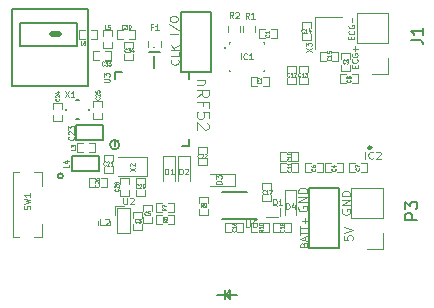
<source format=gto>
G04 #@! TF.GenerationSoftware,KiCad,Pcbnew,(5.0.0)*
G04 #@! TF.CreationDate,2019-07-19T00:06:37-04:00*
G04 #@! TF.ProjectId,lp_ecg,6C705F6563672E6B696361645F706362,rev?*
G04 #@! TF.SameCoordinates,Original*
G04 #@! TF.FileFunction,Legend,Top*
G04 #@! TF.FilePolarity,Positive*
%FSLAX46Y46*%
G04 Gerber Fmt 4.6, Leading zero omitted, Abs format (unit mm)*
G04 Created by KiCad (PCBNEW (5.0.0)) date 07/19/19 00:06:37*
%MOMM*%
%LPD*%
G01*
G04 APERTURE LIST*
%ADD10C,0.100000*%
%ADD11C,0.070000*%
%ADD12C,0.200000*%
%ADD13C,0.150000*%
%ADD14C,0.125000*%
%ADD15C,0.500000*%
%ADD16C,0.120000*%
%ADD17C,0.071120*%
%ADD18C,0.152400*%
%ADD19C,0.127000*%
%ADD20C,0.254000*%
%ADD21C,0.090000*%
%ADD22C,0.114300*%
%ADD23C,0.092000*%
%ADD24C,0.095000*%
%ADD25C,0.080000*%
G04 APERTURE END LIST*
D10*
X294664285Y-128091666D02*
X294664285Y-127925000D01*
X294926190Y-127853571D02*
X294926190Y-128091666D01*
X294426190Y-128091666D01*
X294426190Y-127853571D01*
X294878571Y-127353571D02*
X294902380Y-127377380D01*
X294926190Y-127448809D01*
X294926190Y-127496428D01*
X294902380Y-127567857D01*
X294854761Y-127615476D01*
X294807142Y-127639285D01*
X294711904Y-127663095D01*
X294640476Y-127663095D01*
X294545238Y-127639285D01*
X294497619Y-127615476D01*
X294450000Y-127567857D01*
X294426190Y-127496428D01*
X294426190Y-127448809D01*
X294450000Y-127377380D01*
X294473809Y-127353571D01*
X294450000Y-126877380D02*
X294426190Y-126925000D01*
X294426190Y-126996428D01*
X294450000Y-127067857D01*
X294497619Y-127115476D01*
X294545238Y-127139285D01*
X294640476Y-127163095D01*
X294711904Y-127163095D01*
X294807142Y-127139285D01*
X294854761Y-127115476D01*
X294902380Y-127067857D01*
X294926190Y-126996428D01*
X294926190Y-126948809D01*
X294902380Y-126877380D01*
X294878571Y-126853571D01*
X294711904Y-126853571D01*
X294711904Y-126948809D01*
X294735714Y-126639285D02*
X294735714Y-126258333D01*
X294939285Y-130516666D02*
X294939285Y-130350000D01*
X295201190Y-130278571D02*
X295201190Y-130516666D01*
X294701190Y-130516666D01*
X294701190Y-130278571D01*
X295153571Y-129778571D02*
X295177380Y-129802380D01*
X295201190Y-129873809D01*
X295201190Y-129921428D01*
X295177380Y-129992857D01*
X295129761Y-130040476D01*
X295082142Y-130064285D01*
X294986904Y-130088095D01*
X294915476Y-130088095D01*
X294820238Y-130064285D01*
X294772619Y-130040476D01*
X294725000Y-129992857D01*
X294701190Y-129921428D01*
X294701190Y-129873809D01*
X294725000Y-129802380D01*
X294748809Y-129778571D01*
X294725000Y-129302380D02*
X294701190Y-129350000D01*
X294701190Y-129421428D01*
X294725000Y-129492857D01*
X294772619Y-129540476D01*
X294820238Y-129564285D01*
X294915476Y-129588095D01*
X294986904Y-129588095D01*
X295082142Y-129564285D01*
X295129761Y-129540476D01*
X295177380Y-129492857D01*
X295201190Y-129421428D01*
X295201190Y-129373809D01*
X295177380Y-129302380D01*
X295153571Y-129278571D01*
X294986904Y-129278571D01*
X294986904Y-129373809D01*
X295010714Y-129064285D02*
X295010714Y-128683333D01*
X295201190Y-128873809D02*
X294820238Y-128873809D01*
X293875000Y-142491428D02*
X293839285Y-142562857D01*
X293839285Y-142670000D01*
X293875000Y-142777142D01*
X293946428Y-142848571D01*
X294017857Y-142884285D01*
X294160714Y-142920000D01*
X294267857Y-142920000D01*
X294410714Y-142884285D01*
X294482142Y-142848571D01*
X294553571Y-142777142D01*
X294589285Y-142670000D01*
X294589285Y-142598571D01*
X294553571Y-142491428D01*
X294517857Y-142455714D01*
X294267857Y-142455714D01*
X294267857Y-142598571D01*
X294589285Y-142134285D02*
X293839285Y-142134285D01*
X294589285Y-141705714D01*
X293839285Y-141705714D01*
X294589285Y-141348571D02*
X293839285Y-141348571D01*
X293839285Y-141170000D01*
X293875000Y-141062857D01*
X293946428Y-140991428D01*
X294017857Y-140955714D01*
X294160714Y-140920000D01*
X294267857Y-140920000D01*
X294410714Y-140955714D01*
X294482142Y-140991428D01*
X294553571Y-141062857D01*
X294589285Y-141170000D01*
X294589285Y-141348571D01*
D11*
X290637142Y-145482857D02*
X290665714Y-145397142D01*
X290694285Y-145368571D01*
X290751428Y-145340000D01*
X290837142Y-145340000D01*
X290894285Y-145368571D01*
X290922857Y-145397142D01*
X290951428Y-145454285D01*
X290951428Y-145682857D01*
X290351428Y-145682857D01*
X290351428Y-145482857D01*
X290380000Y-145425714D01*
X290408571Y-145397142D01*
X290465714Y-145368571D01*
X290522857Y-145368571D01*
X290580000Y-145397142D01*
X290608571Y-145425714D01*
X290637142Y-145482857D01*
X290637142Y-145682857D01*
X290780000Y-145111428D02*
X290780000Y-144825714D01*
X290951428Y-145168571D02*
X290351428Y-144968571D01*
X290951428Y-144768571D01*
X290351428Y-144654285D02*
X290351428Y-144311428D01*
X290951428Y-144482857D02*
X290351428Y-144482857D01*
X290351428Y-144197142D02*
X290351428Y-143854285D01*
X290951428Y-144025714D02*
X290351428Y-144025714D01*
X290722857Y-143654285D02*
X290722857Y-143197142D01*
X290951428Y-143425714D02*
X290494285Y-143425714D01*
D10*
X294029285Y-144712857D02*
X294029285Y-145070000D01*
X294386428Y-145105714D01*
X294350714Y-145070000D01*
X294315000Y-144998571D01*
X294315000Y-144820000D01*
X294350714Y-144748571D01*
X294386428Y-144712857D01*
X294457857Y-144677142D01*
X294636428Y-144677142D01*
X294707857Y-144712857D01*
X294743571Y-144748571D01*
X294779285Y-144820000D01*
X294779285Y-144998571D01*
X294743571Y-145070000D01*
X294707857Y-145105714D01*
X294029285Y-144462857D02*
X294779285Y-144212857D01*
X294029285Y-143962857D01*
X290205000Y-142221428D02*
X290169285Y-142292857D01*
X290169285Y-142400000D01*
X290205000Y-142507142D01*
X290276428Y-142578571D01*
X290347857Y-142614285D01*
X290490714Y-142650000D01*
X290597857Y-142650000D01*
X290740714Y-142614285D01*
X290812142Y-142578571D01*
X290883571Y-142507142D01*
X290919285Y-142400000D01*
X290919285Y-142328571D01*
X290883571Y-142221428D01*
X290847857Y-142185714D01*
X290597857Y-142185714D01*
X290597857Y-142328571D01*
X290919285Y-141864285D02*
X290169285Y-141864285D01*
X290919285Y-141435714D01*
X290169285Y-141435714D01*
X290919285Y-141078571D02*
X290169285Y-141078571D01*
X290169285Y-140900000D01*
X290205000Y-140792857D01*
X290276428Y-140721428D01*
X290347857Y-140685714D01*
X290490714Y-140650000D01*
X290597857Y-140650000D01*
X290740714Y-140685714D01*
X290812142Y-140721428D01*
X290883571Y-140792857D01*
X290919285Y-140900000D01*
X290919285Y-141078571D01*
D12*
X277550000Y-129140000D02*
X278460000Y-129140000D01*
X277980000Y-128770000D02*
X277980000Y-128700000D01*
X278000000Y-130530000D02*
X278000000Y-129530000D01*
D10*
X279976666Y-127633333D02*
X279276666Y-127633333D01*
X279243333Y-126800000D02*
X280143333Y-127400000D01*
X279276666Y-126433333D02*
X279276666Y-126300000D01*
X279310000Y-126233333D01*
X279376666Y-126166666D01*
X279510000Y-126133333D01*
X279743333Y-126133333D01*
X279876666Y-126166666D01*
X279943333Y-126233333D01*
X279976666Y-126300000D01*
X279976666Y-126433333D01*
X279943333Y-126500000D01*
X279876666Y-126566666D01*
X279743333Y-126600000D01*
X279510000Y-126600000D01*
X279376666Y-126566666D01*
X279310000Y-126500000D01*
X279276666Y-126433333D01*
D12*
X265900000Y-132000000D02*
X265900000Y-125500000D01*
X272400000Y-132000000D02*
X265900000Y-132000000D01*
X272400000Y-125500000D02*
X272400000Y-132000000D01*
X265900000Y-125500000D02*
X272400000Y-125500000D01*
X284232500Y-149712500D02*
X284332500Y-149612500D01*
X284232500Y-149812500D02*
X284332500Y-149812500D01*
D13*
X285032500Y-149712500D02*
X283332500Y-149712500D01*
X283932500Y-150112500D02*
X283932500Y-149312500D01*
D12*
X284432500Y-149312500D02*
X284032500Y-149712500D01*
X284432500Y-150112500D02*
X284032500Y-149712500D01*
X284432500Y-149312500D02*
X284432500Y-150112500D01*
D14*
X282254285Y-131504761D02*
X281587619Y-131504761D01*
X282159047Y-131504761D02*
X282206666Y-131552380D01*
X282254285Y-131647619D01*
X282254285Y-131790476D01*
X282206666Y-131885714D01*
X282111428Y-131933333D01*
X281587619Y-131933333D01*
X281587619Y-132980952D02*
X282063809Y-132647619D01*
X281587619Y-132409523D02*
X282587619Y-132409523D01*
X282587619Y-132790476D01*
X282540000Y-132885714D01*
X282492380Y-132933333D01*
X282397142Y-132980952D01*
X282254285Y-132980952D01*
X282159047Y-132933333D01*
X282111428Y-132885714D01*
X282063809Y-132790476D01*
X282063809Y-132409523D01*
X282111428Y-133742857D02*
X282111428Y-133409523D01*
X281587619Y-133409523D02*
X282587619Y-133409523D01*
X282587619Y-133885714D01*
X282587619Y-134742857D02*
X282587619Y-134266666D01*
X282111428Y-134219047D01*
X282159047Y-134266666D01*
X282206666Y-134361904D01*
X282206666Y-134600000D01*
X282159047Y-134695238D01*
X282111428Y-134742857D01*
X282016190Y-134790476D01*
X281778095Y-134790476D01*
X281682857Y-134742857D01*
X281635238Y-134695238D01*
X281587619Y-134600000D01*
X281587619Y-134361904D01*
X281635238Y-134266666D01*
X281682857Y-134219047D01*
X282492380Y-135171428D02*
X282540000Y-135219047D01*
X282587619Y-135314285D01*
X282587619Y-135552380D01*
X282540000Y-135647619D01*
X282492380Y-135695238D01*
X282397142Y-135742857D01*
X282301904Y-135742857D01*
X282159047Y-135695238D01*
X281587619Y-135123809D01*
X281587619Y-135742857D01*
D12*
X270243607Y-139655000D02*
G75*
G03X270243607Y-139655000I-223607J0D01*
G01*
X275033113Y-137010000D02*
G75*
G03X275033113Y-137010000I-403113J0D01*
G01*
D10*
X280000000Y-129816666D02*
X280033333Y-129850000D01*
X280066666Y-129950000D01*
X280066666Y-130016666D01*
X280033333Y-130116666D01*
X279966666Y-130183333D01*
X279900000Y-130216666D01*
X279766666Y-130250000D01*
X279666666Y-130250000D01*
X279533333Y-130216666D01*
X279466666Y-130183333D01*
X279400000Y-130116666D01*
X279366666Y-130016666D01*
X279366666Y-129950000D01*
X279400000Y-129850000D01*
X279433333Y-129816666D01*
X280066666Y-129183333D02*
X280066666Y-129516666D01*
X279366666Y-129516666D01*
X280066666Y-128950000D02*
X279366666Y-128950000D01*
X280066666Y-128550000D02*
X279666666Y-128850000D01*
X279366666Y-128550000D02*
X279766666Y-128950000D01*
D15*
X269900000Y-127673000D02*
X269320000Y-127673000D01*
D16*
G04 #@! TO.C,J1*
X297780000Y-131030000D02*
X296450000Y-131030000D01*
X297780000Y-129700000D02*
X297780000Y-131030000D01*
X297780000Y-128430000D02*
X295120000Y-128430000D01*
X295120000Y-128430000D02*
X295120000Y-125830000D01*
X297780000Y-128430000D02*
X297780000Y-125830000D01*
X297780000Y-125830000D02*
X295120000Y-125830000D01*
D17*
G04 #@! TO.C,C15*
X292038000Y-129144000D02*
X292546000Y-129144000D01*
X292038000Y-129906000D02*
X292038000Y-129144000D01*
X292546000Y-129906000D02*
X292038000Y-129906000D01*
X293562000Y-129144000D02*
X293054000Y-129144000D01*
X293562000Y-129906000D02*
X293562000Y-129144000D01*
X293054000Y-129906000D02*
X293562000Y-129906000D01*
G04 #@! TO.C,C14*
X291256000Y-127120580D02*
X291256000Y-126612580D01*
X291256000Y-126612580D02*
X290494000Y-126612580D01*
X290494000Y-126612580D02*
X290494000Y-127120580D01*
X291256000Y-127628580D02*
X291256000Y-128136580D01*
X291256000Y-128136580D02*
X290494000Y-128136580D01*
X290494000Y-128136580D02*
X290494000Y-127628580D01*
G04 #@! TO.C,C13*
X290219000Y-131862420D02*
X290219000Y-131354420D01*
X290981000Y-131862420D02*
X290219000Y-131862420D01*
X290981000Y-131354420D02*
X290981000Y-131862420D01*
X290219000Y-130338420D02*
X290219000Y-130846420D01*
X290981000Y-130338420D02*
X290219000Y-130338420D01*
X290981000Y-130846420D02*
X290981000Y-130338420D01*
G04 #@! TO.C,C12*
X289194000Y-131353580D02*
X289194000Y-131861580D01*
X289194000Y-131861580D02*
X289956000Y-131861580D01*
X289956000Y-131861580D02*
X289956000Y-131353580D01*
X289194000Y-130845580D02*
X289194000Y-130337580D01*
X289194000Y-130337580D02*
X289956000Y-130337580D01*
X289956000Y-130337580D02*
X289956000Y-130845580D01*
G04 #@! TO.C,C11*
X288663000Y-138569000D02*
X289171000Y-138569000D01*
X288663000Y-139331000D02*
X288663000Y-138569000D01*
X289171000Y-139331000D02*
X288663000Y-139331000D01*
X290187000Y-138569000D02*
X289679000Y-138569000D01*
X290187000Y-139331000D02*
X290187000Y-138569000D01*
X289679000Y-139331000D02*
X290187000Y-139331000D01*
G04 #@! TO.C,C10*
X289171000Y-137593580D02*
X288663000Y-137593580D01*
X288663000Y-137593580D02*
X288663000Y-138355580D01*
X288663000Y-138355580D02*
X289171000Y-138355580D01*
X289679000Y-137593580D02*
X290187000Y-137593580D01*
X290187000Y-137593580D02*
X290187000Y-138355580D01*
X290187000Y-138355580D02*
X289679000Y-138355580D01*
G04 #@! TO.C,C9*
X294531000Y-129213420D02*
X294531000Y-129721420D01*
X293769000Y-129213420D02*
X294531000Y-129213420D01*
X293769000Y-129721420D02*
X293769000Y-129213420D01*
X294531000Y-130737420D02*
X294531000Y-130229420D01*
X293769000Y-130737420D02*
X294531000Y-130737420D01*
X293769000Y-130229420D02*
X293769000Y-130737420D01*
G04 #@! TO.C,C8*
X294195580Y-131044000D02*
X293687580Y-131044000D01*
X293687580Y-131044000D02*
X293687580Y-131806000D01*
X293687580Y-131806000D02*
X294195580Y-131806000D01*
X294703580Y-131044000D02*
X295211580Y-131044000D01*
X295211580Y-131044000D02*
X295211580Y-131806000D01*
X295211580Y-131806000D02*
X294703580Y-131806000D01*
G04 #@! TO.C,C7*
X295962000Y-139306000D02*
X295454000Y-139306000D01*
X295962000Y-138544000D02*
X295962000Y-139306000D01*
X295454000Y-138544000D02*
X295962000Y-138544000D01*
X294438000Y-139306000D02*
X294946000Y-139306000D01*
X294438000Y-138544000D02*
X294438000Y-139306000D01*
X294946000Y-138544000D02*
X294438000Y-138544000D01*
G04 #@! TO.C,C6*
X291221000Y-138569000D02*
X290713000Y-138569000D01*
X290713000Y-138569000D02*
X290713000Y-139331000D01*
X290713000Y-139331000D02*
X291221000Y-139331000D01*
X291729000Y-138569000D02*
X292237000Y-138569000D01*
X292237000Y-138569000D02*
X292237000Y-139331000D01*
X292237000Y-139331000D02*
X291729000Y-139331000D01*
G04 #@! TO.C,C4*
X293937000Y-139331000D02*
X293429000Y-139331000D01*
X293937000Y-138569000D02*
X293937000Y-139331000D01*
X293429000Y-138569000D02*
X293937000Y-138569000D01*
X292413000Y-139331000D02*
X292921000Y-139331000D01*
X292413000Y-138569000D02*
X292413000Y-139331000D01*
X292921000Y-138569000D02*
X292413000Y-138569000D01*
D10*
G04 #@! TO.C,IC1*
X284000000Y-128800000D02*
X284000000Y-128800000D01*
X283900000Y-128800000D02*
X283900000Y-128800000D01*
X284300000Y-130650000D02*
X284300000Y-130800000D01*
X284300000Y-130800000D02*
X284400000Y-130800000D01*
X287300000Y-130650000D02*
X287300000Y-130800000D01*
X287300000Y-130800000D02*
X287200000Y-130800000D01*
X284300000Y-128450000D02*
X284300000Y-128300000D01*
X284300000Y-128300000D02*
X284400000Y-128300000D01*
X287300000Y-128450000D02*
X287300000Y-128300000D01*
X287300000Y-128300000D02*
X287200000Y-128300000D01*
X283900000Y-128800000D02*
G75*
G02X284000000Y-128800000I50000J0D01*
G01*
X284000000Y-128800000D02*
G75*
G02X283900000Y-128800000I-50000J0D01*
G01*
D17*
G04 #@! TO.C,C1*
X287321000Y-127219000D02*
X286813000Y-127219000D01*
X286813000Y-127219000D02*
X286813000Y-127981000D01*
X286813000Y-127981000D02*
X287321000Y-127981000D01*
X287829000Y-127219000D02*
X288337000Y-127219000D01*
X288337000Y-127219000D02*
X288337000Y-127981000D01*
X288337000Y-127981000D02*
X287829000Y-127981000D01*
G04 #@! TO.C,C2*
X286138000Y-131244000D02*
X286646000Y-131244000D01*
X286138000Y-132006000D02*
X286138000Y-131244000D01*
X286646000Y-132006000D02*
X286138000Y-132006000D01*
X287662000Y-131244000D02*
X287154000Y-131244000D01*
X287662000Y-132006000D02*
X287662000Y-131244000D01*
X287154000Y-132006000D02*
X287662000Y-132006000D01*
D16*
G04 #@! TO.C,U2*
X274670000Y-142190000D02*
X274670000Y-142940000D01*
X274670000Y-142190000D02*
X274670000Y-142190000D01*
X275420000Y-142190000D02*
X274670000Y-142190000D01*
X274870000Y-144490000D02*
X275970000Y-144490000D01*
X275970000Y-142390000D02*
X275970000Y-144490000D01*
X275970000Y-142390000D02*
X274870000Y-142390000D01*
X274870000Y-142390000D02*
X274870000Y-144490000D01*
D17*
G04 #@! TO.C,C5*
X277811000Y-142585580D02*
X277811000Y-142077580D01*
X277811000Y-142077580D02*
X277049000Y-142077580D01*
X277049000Y-142077580D02*
X277049000Y-142585580D01*
X277811000Y-143093580D02*
X277811000Y-143601580D01*
X277811000Y-143601580D02*
X277049000Y-143601580D01*
X277049000Y-143601580D02*
X277049000Y-143093580D01*
G04 #@! TO.C,C3*
X276931000Y-142688420D02*
X276931000Y-143196420D01*
X276169000Y-142688420D02*
X276931000Y-142688420D01*
X276169000Y-143196420D02*
X276169000Y-142688420D01*
X276931000Y-144212420D02*
X276931000Y-143704420D01*
X276169000Y-144212420D02*
X276931000Y-144212420D01*
X276169000Y-143704420D02*
X276169000Y-144212420D01*
D16*
G04 #@! TO.C,P3*
X297320000Y-140640000D02*
X294660000Y-140640000D01*
X297320000Y-143240000D02*
X297320000Y-140640000D01*
X294660000Y-143240000D02*
X294660000Y-140640000D01*
X297320000Y-143240000D02*
X294660000Y-143240000D01*
X297320000Y-144510000D02*
X297320000Y-145840000D01*
X297320000Y-145840000D02*
X295990000Y-145840000D01*
D17*
G04 #@! TO.C,R5*
X278616000Y-142939000D02*
X278108000Y-142939000D01*
X278108000Y-142939000D02*
X278108000Y-143701000D01*
X278108000Y-143701000D02*
X278616000Y-143701000D01*
X279124000Y-142939000D02*
X279632000Y-142939000D01*
X279632000Y-142939000D02*
X279632000Y-143701000D01*
X279632000Y-143701000D02*
X279124000Y-143701000D01*
D16*
G04 #@! TO.C,D4*
X290020000Y-140880000D02*
X289020000Y-140880000D01*
X289020000Y-140880000D02*
X289020000Y-142980000D01*
X290020000Y-140880000D02*
X290020000Y-142980000D01*
D17*
G04 #@! TO.C,C18*
X288506000Y-143629000D02*
X287998000Y-143629000D01*
X287998000Y-143629000D02*
X287998000Y-144391000D01*
X287998000Y-144391000D02*
X288506000Y-144391000D01*
X289014000Y-143629000D02*
X289522000Y-143629000D01*
X289522000Y-143629000D02*
X289522000Y-144391000D01*
X289522000Y-144391000D02*
X289014000Y-144391000D01*
G04 #@! TO.C,R10*
X286726000Y-143629000D02*
X286218000Y-143629000D01*
X286218000Y-143629000D02*
X286218000Y-144391000D01*
X286218000Y-144391000D02*
X286726000Y-144391000D01*
X287234000Y-143629000D02*
X287742000Y-143629000D01*
X287742000Y-143629000D02*
X287742000Y-144391000D01*
X287742000Y-144391000D02*
X287234000Y-144391000D01*
G04 #@! TO.C,C16*
X285004000Y-144401000D02*
X285512000Y-144401000D01*
X285512000Y-144401000D02*
X285512000Y-143639000D01*
X285512000Y-143639000D02*
X285004000Y-143639000D01*
X284496000Y-144401000D02*
X283988000Y-144401000D01*
X283988000Y-144401000D02*
X283988000Y-143639000D01*
X283988000Y-143639000D02*
X284496000Y-143639000D01*
G04 #@! TO.C,R9*
X281759000Y-142444000D02*
X281759000Y-142952000D01*
X281759000Y-142952000D02*
X282521000Y-142952000D01*
X282521000Y-142952000D02*
X282521000Y-142444000D01*
X281759000Y-141936000D02*
X281759000Y-141428000D01*
X281759000Y-141428000D02*
X282521000Y-141428000D01*
X282521000Y-141428000D02*
X282521000Y-141936000D01*
G04 #@! TO.C,C17*
X287109000Y-141274000D02*
X287109000Y-141782000D01*
X287109000Y-141782000D02*
X287871000Y-141782000D01*
X287871000Y-141782000D02*
X287871000Y-141274000D01*
X287109000Y-140766000D02*
X287109000Y-140258000D01*
X287109000Y-140258000D02*
X287871000Y-140258000D01*
X287871000Y-140258000D02*
X287871000Y-140766000D01*
D16*
G04 #@! TO.C,D3*
X284825000Y-140475000D02*
X284825000Y-139475000D01*
X284825000Y-139475000D02*
X282725000Y-139475000D01*
X284825000Y-140475000D02*
X282725000Y-140475000D01*
D17*
G04 #@! TO.C,C22*
X282431000Y-137721000D02*
X282431000Y-137213000D01*
X282431000Y-137213000D02*
X281669000Y-137213000D01*
X281669000Y-137213000D02*
X281669000Y-137721000D01*
X282431000Y-138229000D02*
X282431000Y-138737000D01*
X282431000Y-138737000D02*
X281669000Y-138737000D01*
X281669000Y-138737000D02*
X281669000Y-138229000D01*
G04 #@! TO.C,R7*
X278616420Y-141979000D02*
X278108420Y-141979000D01*
X278108420Y-141979000D02*
X278108420Y-142741000D01*
X278108420Y-142741000D02*
X278616420Y-142741000D01*
X279124420Y-141979000D02*
X279632420Y-141979000D01*
X279632420Y-141979000D02*
X279632420Y-142741000D01*
X279632420Y-142741000D02*
X279124420Y-142741000D01*
G04 #@! TO.C,C21*
X273689000Y-138854000D02*
X273689000Y-139362000D01*
X273689000Y-139362000D02*
X274451000Y-139362000D01*
X274451000Y-139362000D02*
X274451000Y-138854000D01*
X273689000Y-138346000D02*
X273689000Y-137838000D01*
X273689000Y-137838000D02*
X274451000Y-137838000D01*
X274451000Y-137838000D02*
X274451000Y-138346000D01*
D16*
G04 #@! TO.C,F1*
X277470000Y-128250000D02*
X277470000Y-128750000D01*
X278530000Y-128750000D02*
X278530000Y-128250000D01*
D17*
G04 #@! TO.C,C34*
X275459000Y-129294000D02*
X275459000Y-129802000D01*
X275459000Y-129802000D02*
X276221000Y-129802000D01*
X276221000Y-129802000D02*
X276221000Y-129294000D01*
X275459000Y-128786000D02*
X275459000Y-128278000D01*
X275459000Y-128278000D02*
X276221000Y-128278000D01*
X276221000Y-128278000D02*
X276221000Y-128786000D01*
G04 #@! TO.C,C33*
X273346000Y-129069000D02*
X272838000Y-129069000D01*
X272838000Y-129069000D02*
X272838000Y-129831000D01*
X272838000Y-129831000D02*
X273346000Y-129831000D01*
X273854000Y-129069000D02*
X274362000Y-129069000D01*
X274362000Y-129069000D02*
X274362000Y-129831000D01*
X274362000Y-129831000D02*
X273854000Y-129831000D01*
D18*
G04 #@! TO.C,P2*
X282770000Y-130830000D02*
X280230000Y-130830000D01*
X280230000Y-130830000D02*
X280230000Y-125750000D01*
X280230000Y-125750000D02*
X282770000Y-125750000D01*
X282770000Y-125750000D02*
X282770000Y-130830000D01*
D16*
G04 #@! TO.C,D2*
X280990000Y-137950000D02*
X279990000Y-137950000D01*
X279990000Y-137950000D02*
X279990000Y-140050000D01*
X280990000Y-137950000D02*
X280990000Y-140050000D01*
G04 #@! TO.C,D1*
X279740000Y-137950000D02*
X278740000Y-137950000D01*
X278740000Y-137950000D02*
X278740000Y-140050000D01*
X279740000Y-137950000D02*
X279740000Y-140050000D01*
D18*
G04 #@! TO.C,P1*
X293650000Y-145720000D02*
X291110000Y-145720000D01*
X291110000Y-145720000D02*
X291110000Y-140640000D01*
X291110000Y-140640000D02*
X293650000Y-140640000D01*
X293650000Y-140640000D02*
X293650000Y-145720000D01*
D19*
G04 #@! TO.C,L4*
X273313000Y-139255000D02*
X271027000Y-139255000D01*
X271027000Y-139255000D02*
X271027000Y-137985000D01*
X271027000Y-137985000D02*
X273313000Y-137985000D01*
X273313000Y-137985000D02*
X273313000Y-139255000D01*
D13*
G04 #@! TO.C,X1*
X272500000Y-134050000D02*
X272500000Y-134100000D01*
X272500000Y-134050000D02*
X272500000Y-134000000D01*
X270500000Y-134050000D02*
X270500000Y-134100000D01*
X270500000Y-134050000D02*
X270500000Y-134000000D01*
X271500000Y-134850000D02*
X271650000Y-134850000D01*
X271500000Y-134850000D02*
X271350000Y-134850000D01*
X271500000Y-133250000D02*
X271650000Y-133250000D01*
X271500000Y-133250000D02*
X271350000Y-133250000D01*
D17*
G04 #@! TO.C,C28*
X275831000Y-140296000D02*
X275831000Y-139788000D01*
X275831000Y-139788000D02*
X275069000Y-139788000D01*
X275069000Y-139788000D02*
X275069000Y-140296000D01*
X275831000Y-140804000D02*
X275831000Y-141312000D01*
X275831000Y-141312000D02*
X275069000Y-141312000D01*
X275069000Y-141312000D02*
X275069000Y-140804000D01*
G04 #@! TO.C,C26*
X273454000Y-140581000D02*
X273962000Y-140581000D01*
X273962000Y-140581000D02*
X273962000Y-139819000D01*
X273962000Y-139819000D02*
X273454000Y-139819000D01*
X272946000Y-140581000D02*
X272438000Y-140581000D01*
X272438000Y-140581000D02*
X272438000Y-139819000D01*
X272438000Y-139819000D02*
X272946000Y-139819000D01*
G04 #@! TO.C,C24*
X270181000Y-133946000D02*
X270181000Y-133438000D01*
X270181000Y-133438000D02*
X269419000Y-133438000D01*
X269419000Y-133438000D02*
X269419000Y-133946000D01*
X270181000Y-134454000D02*
X270181000Y-134962000D01*
X270181000Y-134962000D02*
X269419000Y-134962000D01*
X269419000Y-134962000D02*
X269419000Y-134454000D01*
G04 #@! TO.C,C25*
X272819000Y-134354000D02*
X272819000Y-134862000D01*
X272819000Y-134862000D02*
X273581000Y-134862000D01*
X273581000Y-134862000D02*
X273581000Y-134354000D01*
X272819000Y-133846000D02*
X272819000Y-133338000D01*
X272819000Y-133338000D02*
X273581000Y-133338000D01*
X273581000Y-133338000D02*
X273581000Y-133846000D01*
G04 #@! TO.C,C29*
X277231000Y-140296000D02*
X277231000Y-139788000D01*
X277231000Y-139788000D02*
X276469000Y-139788000D01*
X276469000Y-139788000D02*
X276469000Y-140296000D01*
X277231000Y-140804000D02*
X277231000Y-141312000D01*
X277231000Y-141312000D02*
X276469000Y-141312000D01*
X276469000Y-141312000D02*
X276469000Y-140804000D01*
D13*
G04 #@! TO.C,A1*
X266645000Y-126673000D02*
X271445000Y-126673000D01*
X271445000Y-126673000D02*
X271445000Y-128673000D01*
X271345000Y-128673000D02*
X266645000Y-128673000D01*
X266645000Y-128673000D02*
X266645000Y-126673000D01*
X271445000Y-128673000D02*
X271345000Y-128673000D01*
D17*
G04 #@! TO.C,L6*
X272654000Y-128081000D02*
X273162000Y-128081000D01*
X273162000Y-128081000D02*
X273162000Y-127319000D01*
X273162000Y-127319000D02*
X272654000Y-127319000D01*
X272146000Y-128081000D02*
X271638000Y-128081000D01*
X271638000Y-128081000D02*
X271638000Y-127319000D01*
X271638000Y-127319000D02*
X272146000Y-127319000D01*
G04 #@! TO.C,L5*
X274381000Y-127846000D02*
X274381000Y-127338000D01*
X274381000Y-127338000D02*
X273619000Y-127338000D01*
X273619000Y-127338000D02*
X273619000Y-127846000D01*
X274381000Y-128354000D02*
X274381000Y-128862000D01*
X274381000Y-128862000D02*
X273619000Y-128862000D01*
X273619000Y-128862000D02*
X273619000Y-128354000D01*
G04 #@! TO.C,C30*
X275854000Y-128081000D02*
X276362000Y-128081000D01*
X276362000Y-128081000D02*
X276362000Y-127319000D01*
X276362000Y-127319000D02*
X275854000Y-127319000D01*
X275346000Y-128081000D02*
X274838000Y-128081000D01*
X274838000Y-128081000D02*
X274838000Y-127319000D01*
X274838000Y-127319000D02*
X275346000Y-127319000D01*
G04 #@! TO.C,L3*
X271926000Y-136889000D02*
X271418000Y-136889000D01*
X271418000Y-136889000D02*
X271418000Y-137651000D01*
X271418000Y-137651000D02*
X271926000Y-137651000D01*
X272434000Y-136889000D02*
X272942000Y-136889000D01*
X272942000Y-136889000D02*
X272942000Y-137651000D01*
X272942000Y-137651000D02*
X272434000Y-137651000D01*
D19*
G04 #@! TO.C,C23*
X273643000Y-136635000D02*
X271357000Y-136635000D01*
X271357000Y-136635000D02*
X271357000Y-135365000D01*
X271357000Y-135365000D02*
X273643000Y-135365000D01*
X273643000Y-135365000D02*
X273643000Y-136635000D01*
D13*
G04 #@! TO.C,U3*
X274675000Y-130875000D02*
X275275000Y-130875000D01*
X280925000Y-137125000D02*
X280325000Y-137125000D01*
X280925000Y-130875000D02*
X280325000Y-130875000D01*
X274675000Y-137125000D02*
X274675000Y-136525000D01*
X280925000Y-137125000D02*
X280925000Y-136525000D01*
X280925000Y-130875000D02*
X280925000Y-131475000D01*
X274675000Y-130875000D02*
X274675000Y-131475000D01*
D16*
G04 #@! TO.C,X2*
X274950000Y-139650000D02*
X277350000Y-139650000D01*
X277350000Y-139650000D02*
X277350000Y-138050000D01*
X277350000Y-138050000D02*
X274950000Y-138050000D01*
D13*
G04 #@! TO.C,U6*
X285835000Y-141015000D02*
X283685000Y-141015000D01*
X286660000Y-143265000D02*
X283685000Y-143265000D01*
D10*
G04 #@! TO.C,Q1*
X288590000Y-143080000D02*
X288590000Y-142380000D01*
X288460000Y-143155000D02*
X287460000Y-143155000D01*
D16*
G04 #@! TO.C,L2*
X273240000Y-143447221D02*
X273240000Y-143772779D01*
X274260000Y-143447221D02*
X274260000Y-143772779D01*
G04 #@! TO.C,R1*
X286555000Y-127450000D02*
X286555000Y-126950000D01*
X285495000Y-126950000D02*
X285495000Y-127450000D01*
G04 #@! TO.C,R2*
X284220000Y-126950000D02*
X284220000Y-127450000D01*
X285280000Y-127450000D02*
X285280000Y-126950000D01*
D20*
G04 #@! TO.C,IC2*
X296350000Y-137250000D02*
G75*
G03X296350000Y-137250000I-125000J0D01*
G01*
D16*
G04 #@! TO.C,X3*
X291600000Y-126175000D02*
X291600000Y-128875000D01*
X293900000Y-126175000D02*
X291600000Y-126175000D01*
D10*
G04 #@! TO.C,SW1*
X268495000Y-139350000D02*
X267775000Y-139350000D01*
X265995000Y-139350000D02*
X266575000Y-139350000D01*
X265995000Y-144850000D02*
X265995000Y-139350000D01*
X265995000Y-144850000D02*
X266575000Y-144850000D01*
X268495000Y-144850000D02*
X267775000Y-144850000D01*
X268495000Y-144850000D02*
X268495000Y-143700000D01*
X268495000Y-139350000D02*
X268495000Y-140500000D01*
G04 #@! TO.C,J1*
D13*
X299712380Y-128133333D02*
X300426666Y-128133333D01*
X300569523Y-128180952D01*
X300664761Y-128276190D01*
X300712380Y-128419047D01*
X300712380Y-128514285D01*
X300712380Y-127133333D02*
X300712380Y-127704761D01*
X300712380Y-127419047D02*
X299712380Y-127419047D01*
X299855238Y-127514285D01*
X299950476Y-127609523D01*
X299998095Y-127704761D01*
G04 #@! TO.C,C15*
D17*
X292925185Y-129680942D02*
X292941877Y-129695457D01*
X292958568Y-129739000D01*
X292958568Y-129768028D01*
X292941877Y-129811571D01*
X292908494Y-129840600D01*
X292875111Y-129855114D01*
X292808345Y-129869628D01*
X292758271Y-129869628D01*
X292691505Y-129855114D01*
X292658122Y-129840600D01*
X292624740Y-129811571D01*
X292608048Y-129768028D01*
X292608048Y-129739000D01*
X292624740Y-129695457D01*
X292641431Y-129680942D01*
X292958568Y-129390657D02*
X292958568Y-129564828D01*
X292958568Y-129477742D02*
X292608048Y-129477742D01*
X292658122Y-129506771D01*
X292691505Y-129535800D01*
X292708197Y-129564828D01*
X292608048Y-129114885D02*
X292608048Y-129260028D01*
X292774962Y-129274542D01*
X292758271Y-129260028D01*
X292741580Y-129231000D01*
X292741580Y-129158428D01*
X292758271Y-129129400D01*
X292774962Y-129114885D01*
X292808345Y-129100371D01*
X292891802Y-129100371D01*
X292925185Y-129114885D01*
X292941877Y-129129400D01*
X292958568Y-129158428D01*
X292958568Y-129231000D01*
X292941877Y-129260028D01*
X292925185Y-129274542D01*
G04 #@! TO.C,C14*
X290639057Y-127499765D02*
X290624542Y-127516457D01*
X290581000Y-127533148D01*
X290551971Y-127533148D01*
X290508428Y-127516457D01*
X290479400Y-127483074D01*
X290464885Y-127449691D01*
X290450371Y-127382925D01*
X290450371Y-127332851D01*
X290464885Y-127266085D01*
X290479400Y-127232702D01*
X290508428Y-127199320D01*
X290551971Y-127182628D01*
X290581000Y-127182628D01*
X290624542Y-127199320D01*
X290639057Y-127216011D01*
X290929342Y-127533148D02*
X290755171Y-127533148D01*
X290842257Y-127533148D02*
X290842257Y-127182628D01*
X290813228Y-127232702D01*
X290784200Y-127266085D01*
X290755171Y-127282777D01*
X291190600Y-127299468D02*
X291190600Y-127533148D01*
X291118028Y-127165937D02*
X291045457Y-127416308D01*
X291234142Y-127416308D01*
G04 #@! TO.C,C13*
X290364057Y-131225605D02*
X290349542Y-131242297D01*
X290306000Y-131258988D01*
X290276971Y-131258988D01*
X290233428Y-131242297D01*
X290204400Y-131208914D01*
X290189885Y-131175531D01*
X290175371Y-131108765D01*
X290175371Y-131058691D01*
X290189885Y-130991925D01*
X290204400Y-130958542D01*
X290233428Y-130925160D01*
X290276971Y-130908468D01*
X290306000Y-130908468D01*
X290349542Y-130925160D01*
X290364057Y-130941851D01*
X290654342Y-131258988D02*
X290480171Y-131258988D01*
X290567257Y-131258988D02*
X290567257Y-130908468D01*
X290538228Y-130958542D01*
X290509200Y-130991925D01*
X290480171Y-131008617D01*
X290755942Y-130908468D02*
X290944628Y-130908468D01*
X290843028Y-131042000D01*
X290886571Y-131042000D01*
X290915600Y-131058691D01*
X290930114Y-131075382D01*
X290944628Y-131108765D01*
X290944628Y-131192222D01*
X290930114Y-131225605D01*
X290915600Y-131242297D01*
X290886571Y-131258988D01*
X290799485Y-131258988D01*
X290770457Y-131242297D01*
X290755942Y-131225605D01*
G04 #@! TO.C,C12*
X289419057Y-131224765D02*
X289404542Y-131241457D01*
X289361000Y-131258148D01*
X289331971Y-131258148D01*
X289288428Y-131241457D01*
X289259400Y-131208074D01*
X289244885Y-131174691D01*
X289230371Y-131107925D01*
X289230371Y-131057851D01*
X289244885Y-130991085D01*
X289259400Y-130957702D01*
X289288428Y-130924320D01*
X289331971Y-130907628D01*
X289361000Y-130907628D01*
X289404542Y-130924320D01*
X289419057Y-130941011D01*
X289709342Y-131258148D02*
X289535171Y-131258148D01*
X289622257Y-131258148D02*
X289622257Y-130907628D01*
X289593228Y-130957702D01*
X289564200Y-130991085D01*
X289535171Y-131007777D01*
X289825457Y-130941011D02*
X289839971Y-130924320D01*
X289869000Y-130907628D01*
X289941571Y-130907628D01*
X289970600Y-130924320D01*
X289985114Y-130941011D01*
X289999628Y-130974394D01*
X289999628Y-131007777D01*
X289985114Y-131057851D01*
X289810942Y-131258148D01*
X289999628Y-131258148D01*
G04 #@! TO.C,C11*
X289550185Y-139105942D02*
X289566877Y-139120457D01*
X289583568Y-139164000D01*
X289583568Y-139193028D01*
X289566877Y-139236571D01*
X289533494Y-139265600D01*
X289500111Y-139280114D01*
X289433345Y-139294628D01*
X289383271Y-139294628D01*
X289316505Y-139280114D01*
X289283122Y-139265600D01*
X289249740Y-139236571D01*
X289233048Y-139193028D01*
X289233048Y-139164000D01*
X289249740Y-139120457D01*
X289266431Y-139105942D01*
X289583568Y-138815657D02*
X289583568Y-138989828D01*
X289583568Y-138902742D02*
X289233048Y-138902742D01*
X289283122Y-138931771D01*
X289316505Y-138960800D01*
X289333197Y-138989828D01*
X289583568Y-138525371D02*
X289583568Y-138699542D01*
X289583568Y-138612457D02*
X289233048Y-138612457D01*
X289283122Y-138641485D01*
X289316505Y-138670514D01*
X289333197Y-138699542D01*
G04 #@! TO.C,C10*
X289550185Y-138210522D02*
X289566877Y-138225037D01*
X289583568Y-138268580D01*
X289583568Y-138297608D01*
X289566877Y-138341151D01*
X289533494Y-138370180D01*
X289500111Y-138384694D01*
X289433345Y-138399208D01*
X289383271Y-138399208D01*
X289316505Y-138384694D01*
X289283122Y-138370180D01*
X289249740Y-138341151D01*
X289233048Y-138297608D01*
X289233048Y-138268580D01*
X289249740Y-138225037D01*
X289266431Y-138210522D01*
X289583568Y-137920237D02*
X289583568Y-138094408D01*
X289583568Y-138007322D02*
X289233048Y-138007322D01*
X289283122Y-138036351D01*
X289316505Y-138065380D01*
X289333197Y-138094408D01*
X289233048Y-137731551D02*
X289233048Y-137702522D01*
X289249740Y-137673494D01*
X289266431Y-137658980D01*
X289299814Y-137644465D01*
X289366580Y-137629951D01*
X289450037Y-137629951D01*
X289516802Y-137644465D01*
X289550185Y-137658980D01*
X289566877Y-137673494D01*
X289583568Y-137702522D01*
X289583568Y-137731551D01*
X289566877Y-137760580D01*
X289550185Y-137775094D01*
X289516802Y-137789608D01*
X289450037Y-137804122D01*
X289366580Y-137804122D01*
X289299814Y-137789608D01*
X289266431Y-137775094D01*
X289249740Y-137760580D01*
X289233048Y-137731551D01*
G04 #@! TO.C,C9*
X294139200Y-130100605D02*
X294124685Y-130117297D01*
X294081142Y-130133988D01*
X294052114Y-130133988D01*
X294008571Y-130117297D01*
X293979542Y-130083914D01*
X293965028Y-130050531D01*
X293950514Y-129983765D01*
X293950514Y-129933691D01*
X293965028Y-129866925D01*
X293979542Y-129833542D01*
X294008571Y-129800160D01*
X294052114Y-129783468D01*
X294081142Y-129783468D01*
X294124685Y-129800160D01*
X294139200Y-129816851D01*
X294284342Y-130133988D02*
X294342400Y-130133988D01*
X294371428Y-130117297D01*
X294385942Y-130100605D01*
X294414971Y-130050531D01*
X294429485Y-129983765D01*
X294429485Y-129850234D01*
X294414971Y-129816851D01*
X294400457Y-129800160D01*
X294371428Y-129783468D01*
X294313371Y-129783468D01*
X294284342Y-129800160D01*
X294269828Y-129816851D01*
X294255314Y-129850234D01*
X294255314Y-129933691D01*
X294269828Y-129967074D01*
X294284342Y-129983765D01*
X294313371Y-130000457D01*
X294371428Y-130000457D01*
X294400457Y-129983765D01*
X294414971Y-129967074D01*
X294429485Y-129933691D01*
G04 #@! TO.C,C8*
X294574765Y-131515800D02*
X294591457Y-131530314D01*
X294608148Y-131573857D01*
X294608148Y-131602885D01*
X294591457Y-131646428D01*
X294558074Y-131675457D01*
X294524691Y-131689971D01*
X294457925Y-131704485D01*
X294407851Y-131704485D01*
X294341085Y-131689971D01*
X294307702Y-131675457D01*
X294274320Y-131646428D01*
X294257628Y-131602885D01*
X294257628Y-131573857D01*
X294274320Y-131530314D01*
X294291011Y-131515800D01*
X294407851Y-131341628D02*
X294391160Y-131370657D01*
X294374468Y-131385171D01*
X294341085Y-131399685D01*
X294324394Y-131399685D01*
X294291011Y-131385171D01*
X294274320Y-131370657D01*
X294257628Y-131341628D01*
X294257628Y-131283571D01*
X294274320Y-131254542D01*
X294291011Y-131240028D01*
X294324394Y-131225514D01*
X294341085Y-131225514D01*
X294374468Y-131240028D01*
X294391160Y-131254542D01*
X294407851Y-131283571D01*
X294407851Y-131341628D01*
X294424542Y-131370657D01*
X294441234Y-131385171D01*
X294474617Y-131399685D01*
X294541382Y-131399685D01*
X294574765Y-131385171D01*
X294591457Y-131370657D01*
X294608148Y-131341628D01*
X294608148Y-131283571D01*
X294591457Y-131254542D01*
X294574765Y-131240028D01*
X294541382Y-131225514D01*
X294474617Y-131225514D01*
X294441234Y-131240028D01*
X294424542Y-131254542D01*
X294407851Y-131283571D01*
G04 #@! TO.C,C7*
X295325185Y-139015800D02*
X295341877Y-139030314D01*
X295358568Y-139073857D01*
X295358568Y-139102885D01*
X295341877Y-139146428D01*
X295308494Y-139175457D01*
X295275111Y-139189971D01*
X295208345Y-139204485D01*
X295158271Y-139204485D01*
X295091505Y-139189971D01*
X295058122Y-139175457D01*
X295024740Y-139146428D01*
X295008048Y-139102885D01*
X295008048Y-139073857D01*
X295024740Y-139030314D01*
X295041431Y-139015800D01*
X295008048Y-138914200D02*
X295008048Y-138711000D01*
X295358568Y-138841628D01*
G04 #@! TO.C,C6*
X291600185Y-139040800D02*
X291616877Y-139055314D01*
X291633568Y-139098857D01*
X291633568Y-139127885D01*
X291616877Y-139171428D01*
X291583494Y-139200457D01*
X291550111Y-139214971D01*
X291483345Y-139229485D01*
X291433271Y-139229485D01*
X291366505Y-139214971D01*
X291333122Y-139200457D01*
X291299740Y-139171428D01*
X291283048Y-139127885D01*
X291283048Y-139098857D01*
X291299740Y-139055314D01*
X291316431Y-139040800D01*
X291283048Y-138779542D02*
X291283048Y-138837600D01*
X291299740Y-138866628D01*
X291316431Y-138881142D01*
X291366505Y-138910171D01*
X291433271Y-138924685D01*
X291566802Y-138924685D01*
X291600185Y-138910171D01*
X291616877Y-138895657D01*
X291633568Y-138866628D01*
X291633568Y-138808571D01*
X291616877Y-138779542D01*
X291600185Y-138765028D01*
X291566802Y-138750514D01*
X291483345Y-138750514D01*
X291449962Y-138765028D01*
X291433271Y-138779542D01*
X291416580Y-138808571D01*
X291416580Y-138866628D01*
X291433271Y-138895657D01*
X291449962Y-138910171D01*
X291483345Y-138924685D01*
G04 #@! TO.C,C4*
X293300185Y-139040800D02*
X293316877Y-139055314D01*
X293333568Y-139098857D01*
X293333568Y-139127885D01*
X293316877Y-139171428D01*
X293283494Y-139200457D01*
X293250111Y-139214971D01*
X293183345Y-139229485D01*
X293133271Y-139229485D01*
X293066505Y-139214971D01*
X293033122Y-139200457D01*
X292999740Y-139171428D01*
X292983048Y-139127885D01*
X292983048Y-139098857D01*
X292999740Y-139055314D01*
X293016431Y-139040800D01*
X293099888Y-138779542D02*
X293333568Y-138779542D01*
X292966357Y-138852114D02*
X293216728Y-138924685D01*
X293216728Y-138736000D01*
G04 #@! TO.C,IC1*
D10*
X285311904Y-129776190D02*
X285311904Y-129276190D01*
X285835714Y-129728571D02*
X285811904Y-129752380D01*
X285740476Y-129776190D01*
X285692857Y-129776190D01*
X285621428Y-129752380D01*
X285573809Y-129704761D01*
X285550000Y-129657142D01*
X285526190Y-129561904D01*
X285526190Y-129490476D01*
X285550000Y-129395238D01*
X285573809Y-129347619D01*
X285621428Y-129300000D01*
X285692857Y-129276190D01*
X285740476Y-129276190D01*
X285811904Y-129300000D01*
X285835714Y-129323809D01*
X286311904Y-129776190D02*
X286026190Y-129776190D01*
X286169047Y-129776190D02*
X286169047Y-129276190D01*
X286121428Y-129347619D01*
X286073809Y-129395238D01*
X286026190Y-129419047D01*
G04 #@! TO.C,C1*
D17*
X287700185Y-127690800D02*
X287716877Y-127705314D01*
X287733568Y-127748857D01*
X287733568Y-127777885D01*
X287716877Y-127821428D01*
X287683494Y-127850457D01*
X287650111Y-127864971D01*
X287583345Y-127879485D01*
X287533271Y-127879485D01*
X287466505Y-127864971D01*
X287433122Y-127850457D01*
X287399740Y-127821428D01*
X287383048Y-127777885D01*
X287383048Y-127748857D01*
X287399740Y-127705314D01*
X287416431Y-127690800D01*
X287733568Y-127400514D02*
X287733568Y-127574685D01*
X287733568Y-127487600D02*
X287383048Y-127487600D01*
X287433122Y-127516628D01*
X287466505Y-127545657D01*
X287483197Y-127574685D01*
G04 #@! TO.C,C2*
X287025185Y-131635800D02*
X287041877Y-131650314D01*
X287058568Y-131693857D01*
X287058568Y-131722885D01*
X287041877Y-131766428D01*
X287008494Y-131795457D01*
X286975111Y-131809971D01*
X286908345Y-131824485D01*
X286858271Y-131824485D01*
X286791505Y-131809971D01*
X286758122Y-131795457D01*
X286724740Y-131766428D01*
X286708048Y-131722885D01*
X286708048Y-131693857D01*
X286724740Y-131650314D01*
X286741431Y-131635800D01*
X286741431Y-131519685D02*
X286724740Y-131505171D01*
X286708048Y-131476142D01*
X286708048Y-131403571D01*
X286724740Y-131374542D01*
X286741431Y-131360028D01*
X286774814Y-131345514D01*
X286808197Y-131345514D01*
X286858271Y-131360028D01*
X287058568Y-131534200D01*
X287058568Y-131345514D01*
G04 #@! TO.C,U2*
D21*
X275370952Y-141498809D02*
X275370952Y-141944047D01*
X275397142Y-141996428D01*
X275423333Y-142022619D01*
X275475714Y-142048809D01*
X275580476Y-142048809D01*
X275632857Y-142022619D01*
X275659047Y-141996428D01*
X275685238Y-141944047D01*
X275685238Y-141498809D01*
X275920952Y-141551190D02*
X275947142Y-141525000D01*
X275999523Y-141498809D01*
X276130476Y-141498809D01*
X276182857Y-141525000D01*
X276209047Y-141551190D01*
X276235238Y-141603571D01*
X276235238Y-141655952D01*
X276209047Y-141734523D01*
X275894761Y-142048809D01*
X276235238Y-142048809D01*
G04 #@! TO.C,C5*
D17*
X277339200Y-142964765D02*
X277324685Y-142981457D01*
X277281142Y-142998148D01*
X277252114Y-142998148D01*
X277208571Y-142981457D01*
X277179542Y-142948074D01*
X277165028Y-142914691D01*
X277150514Y-142847925D01*
X277150514Y-142797851D01*
X277165028Y-142731085D01*
X277179542Y-142697702D01*
X277208571Y-142664320D01*
X277252114Y-142647628D01*
X277281142Y-142647628D01*
X277324685Y-142664320D01*
X277339200Y-142681011D01*
X277614971Y-142647628D02*
X277469828Y-142647628D01*
X277455314Y-142814542D01*
X277469828Y-142797851D01*
X277498857Y-142781160D01*
X277571428Y-142781160D01*
X277600457Y-142797851D01*
X277614971Y-142814542D01*
X277629485Y-142847925D01*
X277629485Y-142931382D01*
X277614971Y-142964765D01*
X277600457Y-142981457D01*
X277571428Y-142998148D01*
X277498857Y-142998148D01*
X277469828Y-142981457D01*
X277455314Y-142964765D01*
G04 #@! TO.C,C3*
X276539200Y-143575605D02*
X276524685Y-143592297D01*
X276481142Y-143608988D01*
X276452114Y-143608988D01*
X276408571Y-143592297D01*
X276379542Y-143558914D01*
X276365028Y-143525531D01*
X276350514Y-143458765D01*
X276350514Y-143408691D01*
X276365028Y-143341925D01*
X276379542Y-143308542D01*
X276408571Y-143275160D01*
X276452114Y-143258468D01*
X276481142Y-143258468D01*
X276524685Y-143275160D01*
X276539200Y-143291851D01*
X276640800Y-143258468D02*
X276829485Y-143258468D01*
X276727885Y-143392000D01*
X276771428Y-143392000D01*
X276800457Y-143408691D01*
X276814971Y-143425382D01*
X276829485Y-143458765D01*
X276829485Y-143542222D01*
X276814971Y-143575605D01*
X276800457Y-143592297D01*
X276771428Y-143608988D01*
X276684342Y-143608988D01*
X276655314Y-143592297D01*
X276640800Y-143575605D01*
G04 #@! TO.C,P3*
D13*
X300252380Y-143348095D02*
X299252380Y-143348095D01*
X299252380Y-142967142D01*
X299300000Y-142871904D01*
X299347619Y-142824285D01*
X299442857Y-142776666D01*
X299585714Y-142776666D01*
X299680952Y-142824285D01*
X299728571Y-142871904D01*
X299776190Y-142967142D01*
X299776190Y-143348095D01*
X299252380Y-142443333D02*
X299252380Y-141824285D01*
X299633333Y-142157619D01*
X299633333Y-142014761D01*
X299680952Y-141919523D01*
X299728571Y-141871904D01*
X299823809Y-141824285D01*
X300061904Y-141824285D01*
X300157142Y-141871904D01*
X300204761Y-141919523D01*
X300252380Y-142014761D01*
X300252380Y-142300476D01*
X300204761Y-142395714D01*
X300157142Y-142443333D01*
G04 #@! TO.C,R5*
D17*
X279048568Y-143400800D02*
X278881654Y-143502400D01*
X279048568Y-143574971D02*
X278698048Y-143574971D01*
X278698048Y-143458857D01*
X278714740Y-143429828D01*
X278731431Y-143415314D01*
X278764814Y-143400800D01*
X278814888Y-143400800D01*
X278848271Y-143415314D01*
X278864962Y-143429828D01*
X278881654Y-143458857D01*
X278881654Y-143574971D01*
X278698048Y-143125028D02*
X278698048Y-143270171D01*
X278864962Y-143284685D01*
X278848271Y-143270171D01*
X278831580Y-143241142D01*
X278831580Y-143168571D01*
X278848271Y-143139542D01*
X278864962Y-143125028D01*
X278898345Y-143110514D01*
X278981802Y-143110514D01*
X279015185Y-143125028D01*
X279031877Y-143139542D01*
X279048568Y-143168571D01*
X279048568Y-143241142D01*
X279031877Y-143270171D01*
X279015185Y-143284685D01*
G04 #@! TO.C,D4*
D10*
X289150952Y-142456190D02*
X289150952Y-141956190D01*
X289270000Y-141956190D01*
X289341428Y-141980000D01*
X289389047Y-142027619D01*
X289412857Y-142075238D01*
X289436666Y-142170476D01*
X289436666Y-142241904D01*
X289412857Y-142337142D01*
X289389047Y-142384761D01*
X289341428Y-142432380D01*
X289270000Y-142456190D01*
X289150952Y-142456190D01*
X289865238Y-142122857D02*
X289865238Y-142456190D01*
X289746190Y-141932380D02*
X289627142Y-142289523D01*
X289936666Y-142289523D01*
G04 #@! TO.C,C18*
D17*
X288935185Y-144205942D02*
X288951877Y-144220457D01*
X288968568Y-144264000D01*
X288968568Y-144293028D01*
X288951877Y-144336571D01*
X288918494Y-144365600D01*
X288885111Y-144380114D01*
X288818345Y-144394628D01*
X288768271Y-144394628D01*
X288701505Y-144380114D01*
X288668122Y-144365600D01*
X288634740Y-144336571D01*
X288618048Y-144293028D01*
X288618048Y-144264000D01*
X288634740Y-144220457D01*
X288651431Y-144205942D01*
X288968568Y-143915657D02*
X288968568Y-144089828D01*
X288968568Y-144002742D02*
X288618048Y-144002742D01*
X288668122Y-144031771D01*
X288701505Y-144060800D01*
X288718197Y-144089828D01*
X288768271Y-143741485D02*
X288751580Y-143770514D01*
X288734888Y-143785028D01*
X288701505Y-143799542D01*
X288684814Y-143799542D01*
X288651431Y-143785028D01*
X288634740Y-143770514D01*
X288618048Y-143741485D01*
X288618048Y-143683428D01*
X288634740Y-143654400D01*
X288651431Y-143639885D01*
X288684814Y-143625371D01*
X288701505Y-143625371D01*
X288734888Y-143639885D01*
X288751580Y-143654400D01*
X288768271Y-143683428D01*
X288768271Y-143741485D01*
X288784962Y-143770514D01*
X288801654Y-143785028D01*
X288835037Y-143799542D01*
X288901802Y-143799542D01*
X288935185Y-143785028D01*
X288951877Y-143770514D01*
X288968568Y-143741485D01*
X288968568Y-143683428D01*
X288951877Y-143654400D01*
X288935185Y-143639885D01*
X288901802Y-143625371D01*
X288835037Y-143625371D01*
X288801654Y-143639885D01*
X288784962Y-143654400D01*
X288768271Y-143683428D01*
G04 #@! TO.C,R10*
X287188568Y-144205942D02*
X287021654Y-144307542D01*
X287188568Y-144380114D02*
X286838048Y-144380114D01*
X286838048Y-144264000D01*
X286854740Y-144234971D01*
X286871431Y-144220457D01*
X286904814Y-144205942D01*
X286954888Y-144205942D01*
X286988271Y-144220457D01*
X287004962Y-144234971D01*
X287021654Y-144264000D01*
X287021654Y-144380114D01*
X287188568Y-143915657D02*
X287188568Y-144089828D01*
X287188568Y-144002742D02*
X286838048Y-144002742D01*
X286888122Y-144031771D01*
X286921505Y-144060800D01*
X286938197Y-144089828D01*
X286838048Y-143726971D02*
X286838048Y-143697942D01*
X286854740Y-143668914D01*
X286871431Y-143654400D01*
X286904814Y-143639885D01*
X286971580Y-143625371D01*
X287055037Y-143625371D01*
X287121802Y-143639885D01*
X287155185Y-143654400D01*
X287171877Y-143668914D01*
X287188568Y-143697942D01*
X287188568Y-143726971D01*
X287171877Y-143756000D01*
X287155185Y-143770514D01*
X287121802Y-143785028D01*
X287055037Y-143799542D01*
X286971580Y-143799542D01*
X286904814Y-143785028D01*
X286871431Y-143770514D01*
X286854740Y-143756000D01*
X286838048Y-143726971D01*
G04 #@! TO.C,C16*
X284875185Y-144175942D02*
X284891877Y-144190457D01*
X284908568Y-144234000D01*
X284908568Y-144263028D01*
X284891877Y-144306571D01*
X284858494Y-144335600D01*
X284825111Y-144350114D01*
X284758345Y-144364628D01*
X284708271Y-144364628D01*
X284641505Y-144350114D01*
X284608122Y-144335600D01*
X284574740Y-144306571D01*
X284558048Y-144263028D01*
X284558048Y-144234000D01*
X284574740Y-144190457D01*
X284591431Y-144175942D01*
X284908568Y-143885657D02*
X284908568Y-144059828D01*
X284908568Y-143972742D02*
X284558048Y-143972742D01*
X284608122Y-144001771D01*
X284641505Y-144030800D01*
X284658197Y-144059828D01*
X284558048Y-143624400D02*
X284558048Y-143682457D01*
X284574740Y-143711485D01*
X284591431Y-143726000D01*
X284641505Y-143755028D01*
X284708271Y-143769542D01*
X284841802Y-143769542D01*
X284875185Y-143755028D01*
X284891877Y-143740514D01*
X284908568Y-143711485D01*
X284908568Y-143653428D01*
X284891877Y-143624400D01*
X284875185Y-143609885D01*
X284841802Y-143595371D01*
X284758345Y-143595371D01*
X284724962Y-143609885D01*
X284708271Y-143624400D01*
X284691580Y-143653428D01*
X284691580Y-143711485D01*
X284708271Y-143740514D01*
X284724962Y-143755028D01*
X284758345Y-143769542D01*
G04 #@! TO.C,R9*
X282089200Y-142298568D02*
X281987600Y-142131654D01*
X281915028Y-142298568D02*
X281915028Y-141948048D01*
X282031142Y-141948048D01*
X282060171Y-141964740D01*
X282074685Y-141981431D01*
X282089200Y-142014814D01*
X282089200Y-142064888D01*
X282074685Y-142098271D01*
X282060171Y-142114962D01*
X282031142Y-142131654D01*
X281915028Y-142131654D01*
X282234342Y-142298568D02*
X282292400Y-142298568D01*
X282321428Y-142281877D01*
X282335942Y-142265185D01*
X282364971Y-142215111D01*
X282379485Y-142148345D01*
X282379485Y-142014814D01*
X282364971Y-141981431D01*
X282350457Y-141964740D01*
X282321428Y-141948048D01*
X282263371Y-141948048D01*
X282234342Y-141964740D01*
X282219828Y-141981431D01*
X282205314Y-142014814D01*
X282205314Y-142098271D01*
X282219828Y-142131654D01*
X282234342Y-142148345D01*
X282263371Y-142165037D01*
X282321428Y-142165037D01*
X282350457Y-142148345D01*
X282364971Y-142131654D01*
X282379485Y-142098271D01*
G04 #@! TO.C,C17*
X287334057Y-141145185D02*
X287319542Y-141161877D01*
X287276000Y-141178568D01*
X287246971Y-141178568D01*
X287203428Y-141161877D01*
X287174400Y-141128494D01*
X287159885Y-141095111D01*
X287145371Y-141028345D01*
X287145371Y-140978271D01*
X287159885Y-140911505D01*
X287174400Y-140878122D01*
X287203428Y-140844740D01*
X287246971Y-140828048D01*
X287276000Y-140828048D01*
X287319542Y-140844740D01*
X287334057Y-140861431D01*
X287624342Y-141178568D02*
X287450171Y-141178568D01*
X287537257Y-141178568D02*
X287537257Y-140828048D01*
X287508228Y-140878122D01*
X287479200Y-140911505D01*
X287450171Y-140928197D01*
X287725942Y-140828048D02*
X287929142Y-140828048D01*
X287798514Y-141178568D01*
G04 #@! TO.C,D3*
D10*
X283701190Y-140344047D02*
X283201190Y-140344047D01*
X283201190Y-140225000D01*
X283225000Y-140153571D01*
X283272619Y-140105952D01*
X283320238Y-140082142D01*
X283415476Y-140058333D01*
X283486904Y-140058333D01*
X283582142Y-140082142D01*
X283629761Y-140105952D01*
X283677380Y-140153571D01*
X283701190Y-140225000D01*
X283701190Y-140344047D01*
X283201190Y-139891666D02*
X283201190Y-139582142D01*
X283391666Y-139748809D01*
X283391666Y-139677380D01*
X283415476Y-139629761D01*
X283439285Y-139605952D01*
X283486904Y-139582142D01*
X283605952Y-139582142D01*
X283653571Y-139605952D01*
X283677380Y-139629761D01*
X283701190Y-139677380D01*
X283701190Y-139820238D01*
X283677380Y-139867857D01*
X283653571Y-139891666D01*
G04 #@! TO.C,C22*
D17*
X281834057Y-138100185D02*
X281819542Y-138116877D01*
X281776000Y-138133568D01*
X281746971Y-138133568D01*
X281703428Y-138116877D01*
X281674400Y-138083494D01*
X281659885Y-138050111D01*
X281645371Y-137983345D01*
X281645371Y-137933271D01*
X281659885Y-137866505D01*
X281674400Y-137833122D01*
X281703428Y-137799740D01*
X281746971Y-137783048D01*
X281776000Y-137783048D01*
X281819542Y-137799740D01*
X281834057Y-137816431D01*
X281950171Y-137816431D02*
X281964685Y-137799740D01*
X281993714Y-137783048D01*
X282066285Y-137783048D01*
X282095314Y-137799740D01*
X282109828Y-137816431D01*
X282124342Y-137849814D01*
X282124342Y-137883197D01*
X282109828Y-137933271D01*
X281935657Y-138133568D01*
X282124342Y-138133568D01*
X282240457Y-137816431D02*
X282254971Y-137799740D01*
X282284000Y-137783048D01*
X282356571Y-137783048D01*
X282385600Y-137799740D01*
X282400114Y-137816431D01*
X282414628Y-137849814D01*
X282414628Y-137883197D01*
X282400114Y-137933271D01*
X282225942Y-138133568D01*
X282414628Y-138133568D01*
G04 #@! TO.C,R7*
X278998988Y-142400800D02*
X278832074Y-142502400D01*
X278998988Y-142574971D02*
X278648468Y-142574971D01*
X278648468Y-142458857D01*
X278665160Y-142429828D01*
X278681851Y-142415314D01*
X278715234Y-142400800D01*
X278765308Y-142400800D01*
X278798691Y-142415314D01*
X278815382Y-142429828D01*
X278832074Y-142458857D01*
X278832074Y-142574971D01*
X278648468Y-142299200D02*
X278648468Y-142096000D01*
X278998988Y-142226628D01*
G04 #@! TO.C,C21*
X273874057Y-138745185D02*
X273859542Y-138761877D01*
X273816000Y-138778568D01*
X273786971Y-138778568D01*
X273743428Y-138761877D01*
X273714400Y-138728494D01*
X273699885Y-138695111D01*
X273685371Y-138628345D01*
X273685371Y-138578271D01*
X273699885Y-138511505D01*
X273714400Y-138478122D01*
X273743428Y-138444740D01*
X273786971Y-138428048D01*
X273816000Y-138428048D01*
X273859542Y-138444740D01*
X273874057Y-138461431D01*
X273990171Y-138461431D02*
X274004685Y-138444740D01*
X274033714Y-138428048D01*
X274106285Y-138428048D01*
X274135314Y-138444740D01*
X274149828Y-138461431D01*
X274164342Y-138494814D01*
X274164342Y-138528197D01*
X274149828Y-138578271D01*
X273975657Y-138778568D01*
X274164342Y-138778568D01*
X274454628Y-138778568D02*
X274280457Y-138778568D01*
X274367542Y-138778568D02*
X274367542Y-138428048D01*
X274338514Y-138478122D01*
X274309485Y-138511505D01*
X274280457Y-138528197D01*
G04 #@! TO.C,F1*
D10*
X277843333Y-127064285D02*
X277676666Y-127064285D01*
X277676666Y-127326190D02*
X277676666Y-126826190D01*
X277914761Y-126826190D01*
X278367142Y-127326190D02*
X278081428Y-127326190D01*
X278224285Y-127326190D02*
X278224285Y-126826190D01*
X278176666Y-126897619D01*
X278129047Y-126945238D01*
X278081428Y-126969047D01*
G04 #@! TO.C,C34*
D17*
X275644057Y-129165185D02*
X275629542Y-129181877D01*
X275586000Y-129198568D01*
X275556971Y-129198568D01*
X275513428Y-129181877D01*
X275484400Y-129148494D01*
X275469885Y-129115111D01*
X275455371Y-129048345D01*
X275455371Y-128998271D01*
X275469885Y-128931505D01*
X275484400Y-128898122D01*
X275513428Y-128864740D01*
X275556971Y-128848048D01*
X275586000Y-128848048D01*
X275629542Y-128864740D01*
X275644057Y-128881431D01*
X275745657Y-128848048D02*
X275934342Y-128848048D01*
X275832742Y-128981580D01*
X275876285Y-128981580D01*
X275905314Y-128998271D01*
X275919828Y-129014962D01*
X275934342Y-129048345D01*
X275934342Y-129131802D01*
X275919828Y-129165185D01*
X275905314Y-129181877D01*
X275876285Y-129198568D01*
X275789200Y-129198568D01*
X275760171Y-129181877D01*
X275745657Y-129165185D01*
X276195600Y-128964888D02*
X276195600Y-129198568D01*
X276123028Y-128831357D02*
X276050457Y-129081728D01*
X276239142Y-129081728D01*
G04 #@! TO.C,C33*
X273714057Y-130275185D02*
X273699542Y-130291877D01*
X273656000Y-130308568D01*
X273626971Y-130308568D01*
X273583428Y-130291877D01*
X273554400Y-130258494D01*
X273539885Y-130225111D01*
X273525371Y-130158345D01*
X273525371Y-130108271D01*
X273539885Y-130041505D01*
X273554400Y-130008122D01*
X273583428Y-129974740D01*
X273626971Y-129958048D01*
X273656000Y-129958048D01*
X273699542Y-129974740D01*
X273714057Y-129991431D01*
X273815657Y-129958048D02*
X274004342Y-129958048D01*
X273902742Y-130091580D01*
X273946285Y-130091580D01*
X273975314Y-130108271D01*
X273989828Y-130124962D01*
X274004342Y-130158345D01*
X274004342Y-130241802D01*
X273989828Y-130275185D01*
X273975314Y-130291877D01*
X273946285Y-130308568D01*
X273859200Y-130308568D01*
X273830171Y-130291877D01*
X273815657Y-130275185D01*
X274105942Y-129958048D02*
X274294628Y-129958048D01*
X274193028Y-130091580D01*
X274236571Y-130091580D01*
X274265600Y-130108271D01*
X274280114Y-130124962D01*
X274294628Y-130158345D01*
X274294628Y-130241802D01*
X274280114Y-130275185D01*
X274265600Y-130291877D01*
X274236571Y-130308568D01*
X274149485Y-130308568D01*
X274120457Y-130291877D01*
X274105942Y-130275185D01*
G04 #@! TO.C,D2*
D10*
X280120952Y-139526190D02*
X280120952Y-139026190D01*
X280240000Y-139026190D01*
X280311428Y-139050000D01*
X280359047Y-139097619D01*
X280382857Y-139145238D01*
X280406666Y-139240476D01*
X280406666Y-139311904D01*
X280382857Y-139407142D01*
X280359047Y-139454761D01*
X280311428Y-139502380D01*
X280240000Y-139526190D01*
X280120952Y-139526190D01*
X280597142Y-139073809D02*
X280620952Y-139050000D01*
X280668571Y-139026190D01*
X280787619Y-139026190D01*
X280835238Y-139050000D01*
X280859047Y-139073809D01*
X280882857Y-139121428D01*
X280882857Y-139169047D01*
X280859047Y-139240476D01*
X280573333Y-139526190D01*
X280882857Y-139526190D01*
G04 #@! TO.C,D1*
X278895952Y-139526190D02*
X278895952Y-139026190D01*
X279015000Y-139026190D01*
X279086428Y-139050000D01*
X279134047Y-139097619D01*
X279157857Y-139145238D01*
X279181666Y-139240476D01*
X279181666Y-139311904D01*
X279157857Y-139407142D01*
X279134047Y-139454761D01*
X279086428Y-139502380D01*
X279015000Y-139526190D01*
X278895952Y-139526190D01*
X279657857Y-139526190D02*
X279372142Y-139526190D01*
X279515000Y-139526190D02*
X279515000Y-139026190D01*
X279467380Y-139097619D01*
X279419761Y-139145238D01*
X279372142Y-139169047D01*
G04 #@! TO.C,L4*
D22*
X270799809Y-138696200D02*
X270799809Y-138913914D01*
X270291809Y-138913914D01*
X270461142Y-138347857D02*
X270799809Y-138347857D01*
X270267619Y-138456714D02*
X270630476Y-138565571D01*
X270630476Y-138282542D01*
G04 #@! TO.C,X1*
D23*
X270445238Y-132476190D02*
X270778571Y-132976190D01*
X270778571Y-132476190D02*
X270445238Y-132976190D01*
X271230952Y-132976190D02*
X270945238Y-132976190D01*
X271088095Y-132976190D02*
X271088095Y-132476190D01*
X271040476Y-132547619D01*
X270992857Y-132595238D01*
X270945238Y-132619047D01*
G04 #@! TO.C,C28*
D17*
X274925185Y-140745942D02*
X274941877Y-140760457D01*
X274958568Y-140804000D01*
X274958568Y-140833028D01*
X274941877Y-140876571D01*
X274908494Y-140905600D01*
X274875111Y-140920114D01*
X274808345Y-140934628D01*
X274758271Y-140934628D01*
X274691505Y-140920114D01*
X274658122Y-140905600D01*
X274624740Y-140876571D01*
X274608048Y-140833028D01*
X274608048Y-140804000D01*
X274624740Y-140760457D01*
X274641431Y-140745942D01*
X274641431Y-140629828D02*
X274624740Y-140615314D01*
X274608048Y-140586285D01*
X274608048Y-140513714D01*
X274624740Y-140484685D01*
X274641431Y-140470171D01*
X274674814Y-140455657D01*
X274708197Y-140455657D01*
X274758271Y-140470171D01*
X274958568Y-140644342D01*
X274958568Y-140455657D01*
X274758271Y-140281485D02*
X274741580Y-140310514D01*
X274724888Y-140325028D01*
X274691505Y-140339542D01*
X274674814Y-140339542D01*
X274641431Y-140325028D01*
X274624740Y-140310514D01*
X274608048Y-140281485D01*
X274608048Y-140223428D01*
X274624740Y-140194400D01*
X274641431Y-140179885D01*
X274674814Y-140165371D01*
X274691505Y-140165371D01*
X274724888Y-140179885D01*
X274741580Y-140194400D01*
X274758271Y-140223428D01*
X274758271Y-140281485D01*
X274774962Y-140310514D01*
X274791654Y-140325028D01*
X274825037Y-140339542D01*
X274891802Y-140339542D01*
X274925185Y-140325028D01*
X274941877Y-140310514D01*
X274958568Y-140281485D01*
X274958568Y-140223428D01*
X274941877Y-140194400D01*
X274925185Y-140179885D01*
X274891802Y-140165371D01*
X274825037Y-140165371D01*
X274791654Y-140179885D01*
X274774962Y-140194400D01*
X274758271Y-140223428D01*
G04 #@! TO.C,C26*
X273265185Y-140395942D02*
X273281877Y-140410457D01*
X273298568Y-140454000D01*
X273298568Y-140483028D01*
X273281877Y-140526571D01*
X273248494Y-140555600D01*
X273215111Y-140570114D01*
X273148345Y-140584628D01*
X273098271Y-140584628D01*
X273031505Y-140570114D01*
X272998122Y-140555600D01*
X272964740Y-140526571D01*
X272948048Y-140483028D01*
X272948048Y-140454000D01*
X272964740Y-140410457D01*
X272981431Y-140395942D01*
X272981431Y-140279828D02*
X272964740Y-140265314D01*
X272948048Y-140236285D01*
X272948048Y-140163714D01*
X272964740Y-140134685D01*
X272981431Y-140120171D01*
X273014814Y-140105657D01*
X273048197Y-140105657D01*
X273098271Y-140120171D01*
X273298568Y-140294342D01*
X273298568Y-140105657D01*
X272948048Y-139844400D02*
X272948048Y-139902457D01*
X272964740Y-139931485D01*
X272981431Y-139946000D01*
X273031505Y-139975028D01*
X273098271Y-139989542D01*
X273231802Y-139989542D01*
X273265185Y-139975028D01*
X273281877Y-139960514D01*
X273298568Y-139931485D01*
X273298568Y-139873428D01*
X273281877Y-139844400D01*
X273265185Y-139829885D01*
X273231802Y-139815371D01*
X273148345Y-139815371D01*
X273114962Y-139829885D01*
X273098271Y-139844400D01*
X273081580Y-139873428D01*
X273081580Y-139931485D01*
X273098271Y-139960514D01*
X273114962Y-139975028D01*
X273148345Y-139989542D01*
G04 #@! TO.C,C24*
X269925185Y-133095942D02*
X269941877Y-133110457D01*
X269958568Y-133154000D01*
X269958568Y-133183028D01*
X269941877Y-133226571D01*
X269908494Y-133255600D01*
X269875111Y-133270114D01*
X269808345Y-133284628D01*
X269758271Y-133284628D01*
X269691505Y-133270114D01*
X269658122Y-133255600D01*
X269624740Y-133226571D01*
X269608048Y-133183028D01*
X269608048Y-133154000D01*
X269624740Y-133110457D01*
X269641431Y-133095942D01*
X269641431Y-132979828D02*
X269624740Y-132965314D01*
X269608048Y-132936285D01*
X269608048Y-132863714D01*
X269624740Y-132834685D01*
X269641431Y-132820171D01*
X269674814Y-132805657D01*
X269708197Y-132805657D01*
X269758271Y-132820171D01*
X269958568Y-132994342D01*
X269958568Y-132805657D01*
X269724888Y-132544400D02*
X269958568Y-132544400D01*
X269591357Y-132616971D02*
X269841728Y-132689542D01*
X269841728Y-132500857D01*
G04 #@! TO.C,C25*
X273325185Y-132995942D02*
X273341877Y-133010457D01*
X273358568Y-133054000D01*
X273358568Y-133083028D01*
X273341877Y-133126571D01*
X273308494Y-133155600D01*
X273275111Y-133170114D01*
X273208345Y-133184628D01*
X273158271Y-133184628D01*
X273091505Y-133170114D01*
X273058122Y-133155600D01*
X273024740Y-133126571D01*
X273008048Y-133083028D01*
X273008048Y-133054000D01*
X273024740Y-133010457D01*
X273041431Y-132995942D01*
X273041431Y-132879828D02*
X273024740Y-132865314D01*
X273008048Y-132836285D01*
X273008048Y-132763714D01*
X273024740Y-132734685D01*
X273041431Y-132720171D01*
X273074814Y-132705657D01*
X273108197Y-132705657D01*
X273158271Y-132720171D01*
X273358568Y-132894342D01*
X273358568Y-132705657D01*
X273008048Y-132429885D02*
X273008048Y-132575028D01*
X273174962Y-132589542D01*
X273158271Y-132575028D01*
X273141580Y-132546000D01*
X273141580Y-132473428D01*
X273158271Y-132444400D01*
X273174962Y-132429885D01*
X273208345Y-132415371D01*
X273291802Y-132415371D01*
X273325185Y-132429885D01*
X273341877Y-132444400D01*
X273358568Y-132473428D01*
X273358568Y-132546000D01*
X273341877Y-132575028D01*
X273325185Y-132589542D01*
G04 #@! TO.C,C29*
X276614057Y-140675185D02*
X276599542Y-140691877D01*
X276556000Y-140708568D01*
X276526971Y-140708568D01*
X276483428Y-140691877D01*
X276454400Y-140658494D01*
X276439885Y-140625111D01*
X276425371Y-140558345D01*
X276425371Y-140508271D01*
X276439885Y-140441505D01*
X276454400Y-140408122D01*
X276483428Y-140374740D01*
X276526971Y-140358048D01*
X276556000Y-140358048D01*
X276599542Y-140374740D01*
X276614057Y-140391431D01*
X276730171Y-140391431D02*
X276744685Y-140374740D01*
X276773714Y-140358048D01*
X276846285Y-140358048D01*
X276875314Y-140374740D01*
X276889828Y-140391431D01*
X276904342Y-140424814D01*
X276904342Y-140458197D01*
X276889828Y-140508271D01*
X276715657Y-140708568D01*
X276904342Y-140708568D01*
X277049485Y-140708568D02*
X277107542Y-140708568D01*
X277136571Y-140691877D01*
X277151085Y-140675185D01*
X277180114Y-140625111D01*
X277194628Y-140558345D01*
X277194628Y-140424814D01*
X277180114Y-140391431D01*
X277165600Y-140374740D01*
X277136571Y-140358048D01*
X277078514Y-140358048D01*
X277049485Y-140374740D01*
X277034971Y-140391431D01*
X277020457Y-140424814D01*
X277020457Y-140508271D01*
X277034971Y-140541654D01*
X277049485Y-140558345D01*
X277078514Y-140575037D01*
X277136571Y-140575037D01*
X277165600Y-140558345D01*
X277180114Y-140541654D01*
X277194628Y-140508271D01*
G04 #@! TO.C,L6*
X271899200Y-128558568D02*
X271754057Y-128558568D01*
X271754057Y-128208048D01*
X272131428Y-128208048D02*
X272073371Y-128208048D01*
X272044342Y-128224740D01*
X272029828Y-128241431D01*
X272000800Y-128291505D01*
X271986285Y-128358271D01*
X271986285Y-128491802D01*
X272000800Y-128525185D01*
X272015314Y-128541877D01*
X272044342Y-128558568D01*
X272102400Y-128558568D01*
X272131428Y-128541877D01*
X272145942Y-128525185D01*
X272160457Y-128491802D01*
X272160457Y-128408345D01*
X272145942Y-128374962D01*
X272131428Y-128358271D01*
X272102400Y-128341580D01*
X272044342Y-128341580D01*
X272015314Y-128358271D01*
X272000800Y-128374962D01*
X271986285Y-128408345D01*
G04 #@! TO.C,L5*
X273969200Y-127248568D02*
X273824057Y-127248568D01*
X273824057Y-126898048D01*
X274215942Y-126898048D02*
X274070800Y-126898048D01*
X274056285Y-127064962D01*
X274070800Y-127048271D01*
X274099828Y-127031580D01*
X274172400Y-127031580D01*
X274201428Y-127048271D01*
X274215942Y-127064962D01*
X274230457Y-127098345D01*
X274230457Y-127181802D01*
X274215942Y-127215185D01*
X274201428Y-127231877D01*
X274172400Y-127248568D01*
X274099828Y-127248568D01*
X274070800Y-127231877D01*
X274056285Y-127215185D01*
G04 #@! TO.C,C30*
X275404057Y-127165185D02*
X275389542Y-127181877D01*
X275346000Y-127198568D01*
X275316971Y-127198568D01*
X275273428Y-127181877D01*
X275244400Y-127148494D01*
X275229885Y-127115111D01*
X275215371Y-127048345D01*
X275215371Y-126998271D01*
X275229885Y-126931505D01*
X275244400Y-126898122D01*
X275273428Y-126864740D01*
X275316971Y-126848048D01*
X275346000Y-126848048D01*
X275389542Y-126864740D01*
X275404057Y-126881431D01*
X275505657Y-126848048D02*
X275694342Y-126848048D01*
X275592742Y-126981580D01*
X275636285Y-126981580D01*
X275665314Y-126998271D01*
X275679828Y-127014962D01*
X275694342Y-127048345D01*
X275694342Y-127131802D01*
X275679828Y-127165185D01*
X275665314Y-127181877D01*
X275636285Y-127198568D01*
X275549200Y-127198568D01*
X275520171Y-127181877D01*
X275505657Y-127165185D01*
X275883028Y-126848048D02*
X275912057Y-126848048D01*
X275941085Y-126864740D01*
X275955600Y-126881431D01*
X275970114Y-126914814D01*
X275984628Y-126981580D01*
X275984628Y-127065037D01*
X275970114Y-127131802D01*
X275955600Y-127165185D01*
X275941085Y-127181877D01*
X275912057Y-127198568D01*
X275883028Y-127198568D01*
X275854000Y-127181877D01*
X275839485Y-127165185D01*
X275824971Y-127131802D01*
X275810457Y-127065037D01*
X275810457Y-126981580D01*
X275824971Y-126914814D01*
X275839485Y-126881431D01*
X275854000Y-126864740D01*
X275883028Y-126848048D01*
G04 #@! TO.C,L3*
X271288568Y-137270800D02*
X271288568Y-137415942D01*
X270938048Y-137415942D01*
X270938048Y-137198228D02*
X270938048Y-137009542D01*
X271071580Y-137111142D01*
X271071580Y-137067600D01*
X271088271Y-137038571D01*
X271104962Y-137024057D01*
X271138345Y-137009542D01*
X271221802Y-137009542D01*
X271255185Y-137024057D01*
X271271877Y-137038571D01*
X271288568Y-137067600D01*
X271288568Y-137154685D01*
X271271877Y-137183714D01*
X271255185Y-137198228D01*
G04 #@! TO.C,C23*
D22*
X271151428Y-136313914D02*
X271175619Y-136335685D01*
X271199809Y-136401000D01*
X271199809Y-136444542D01*
X271175619Y-136509857D01*
X271127238Y-136553400D01*
X271078857Y-136575171D01*
X270982095Y-136596942D01*
X270909523Y-136596942D01*
X270812761Y-136575171D01*
X270764380Y-136553400D01*
X270716000Y-136509857D01*
X270691809Y-136444542D01*
X270691809Y-136401000D01*
X270716000Y-136335685D01*
X270740190Y-136313914D01*
X270740190Y-136139742D02*
X270716000Y-136117971D01*
X270691809Y-136074428D01*
X270691809Y-135965571D01*
X270716000Y-135922028D01*
X270740190Y-135900257D01*
X270788571Y-135878485D01*
X270836952Y-135878485D01*
X270909523Y-135900257D01*
X271199809Y-136161514D01*
X271199809Y-135878485D01*
X270691809Y-135726085D02*
X270691809Y-135443057D01*
X270885333Y-135595457D01*
X270885333Y-135530142D01*
X270909523Y-135486600D01*
X270933714Y-135464828D01*
X270982095Y-135443057D01*
X271103047Y-135443057D01*
X271151428Y-135464828D01*
X271175619Y-135486600D01*
X271199809Y-135530142D01*
X271199809Y-135660771D01*
X271175619Y-135704314D01*
X271151428Y-135726085D01*
G04 #@! TO.C,U3*
D24*
X273696190Y-131730952D02*
X274100952Y-131730952D01*
X274148571Y-131707142D01*
X274172380Y-131683333D01*
X274196190Y-131635714D01*
X274196190Y-131540476D01*
X274172380Y-131492857D01*
X274148571Y-131469047D01*
X274100952Y-131445238D01*
X273696190Y-131445238D01*
X273696190Y-131254761D02*
X273696190Y-130945238D01*
X273886666Y-131111904D01*
X273886666Y-131040476D01*
X273910476Y-130992857D01*
X273934285Y-130969047D01*
X273981904Y-130945238D01*
X274100952Y-130945238D01*
X274148571Y-130969047D01*
X274172380Y-130992857D01*
X274196190Y-131040476D01*
X274196190Y-131183333D01*
X274172380Y-131230952D01*
X274148571Y-131254761D01*
G04 #@! TO.C,X2*
D10*
X275930952Y-139223809D02*
X276330952Y-138957142D01*
X275930952Y-138957142D02*
X276330952Y-139223809D01*
X275969047Y-138823809D02*
X275950000Y-138804761D01*
X275930952Y-138766666D01*
X275930952Y-138671428D01*
X275950000Y-138633333D01*
X275969047Y-138614285D01*
X276007142Y-138595238D01*
X276045238Y-138595238D01*
X276102380Y-138614285D01*
X276330952Y-138842857D01*
X276330952Y-138595238D01*
G04 #@! TO.C,U6*
D25*
X285722857Y-143391428D02*
X285722857Y-143877142D01*
X285751428Y-143934285D01*
X285780000Y-143962857D01*
X285837142Y-143991428D01*
X285951428Y-143991428D01*
X286008571Y-143962857D01*
X286037142Y-143934285D01*
X286065714Y-143877142D01*
X286065714Y-143391428D01*
X286608571Y-143391428D02*
X286494285Y-143391428D01*
X286437142Y-143420000D01*
X286408571Y-143448571D01*
X286351428Y-143534285D01*
X286322857Y-143648571D01*
X286322857Y-143877142D01*
X286351428Y-143934285D01*
X286380000Y-143962857D01*
X286437142Y-143991428D01*
X286551428Y-143991428D01*
X286608571Y-143962857D01*
X286637142Y-143934285D01*
X286665714Y-143877142D01*
X286665714Y-143734285D01*
X286637142Y-143677142D01*
X286608571Y-143648571D01*
X286551428Y-143620000D01*
X286437142Y-143620000D01*
X286380000Y-143648571D01*
X286351428Y-143677142D01*
X286322857Y-143734285D01*
G04 #@! TO.C,Q1*
X288362380Y-142163809D02*
X288314761Y-142140000D01*
X288267142Y-142092380D01*
X288195714Y-142020952D01*
X288148095Y-141997142D01*
X288100476Y-141997142D01*
X288124285Y-142116190D02*
X288076666Y-142092380D01*
X288029047Y-142044761D01*
X288005238Y-141949523D01*
X288005238Y-141782857D01*
X288029047Y-141687619D01*
X288076666Y-141640000D01*
X288124285Y-141616190D01*
X288219523Y-141616190D01*
X288267142Y-141640000D01*
X288314761Y-141687619D01*
X288338571Y-141782857D01*
X288338571Y-141949523D01*
X288314761Y-142044761D01*
X288267142Y-142092380D01*
X288219523Y-142116190D01*
X288124285Y-142116190D01*
X288814761Y-142116190D02*
X288529047Y-142116190D01*
X288671904Y-142116190D02*
X288671904Y-141616190D01*
X288624285Y-141687619D01*
X288576666Y-141735238D01*
X288529047Y-141759047D01*
G04 #@! TO.C,L2*
D21*
X273688333Y-143828809D02*
X273426428Y-143828809D01*
X273426428Y-143278809D01*
X273845476Y-143331190D02*
X273871666Y-143305000D01*
X273924047Y-143278809D01*
X274055000Y-143278809D01*
X274107380Y-143305000D01*
X274133571Y-143331190D01*
X274159761Y-143383571D01*
X274159761Y-143435952D01*
X274133571Y-143514523D01*
X273819285Y-143828809D01*
X274159761Y-143828809D01*
G04 #@! TO.C,R1*
D10*
X286016666Y-126326190D02*
X285850000Y-126088095D01*
X285730952Y-126326190D02*
X285730952Y-125826190D01*
X285921428Y-125826190D01*
X285969047Y-125850000D01*
X285992857Y-125873809D01*
X286016666Y-125921428D01*
X286016666Y-125992857D01*
X285992857Y-126040476D01*
X285969047Y-126064285D01*
X285921428Y-126088095D01*
X285730952Y-126088095D01*
X286492857Y-126326190D02*
X286207142Y-126326190D01*
X286350000Y-126326190D02*
X286350000Y-125826190D01*
X286302380Y-125897619D01*
X286254761Y-125945238D01*
X286207142Y-125969047D01*
G04 #@! TO.C,R2*
X284666666Y-126276190D02*
X284500000Y-126038095D01*
X284380952Y-126276190D02*
X284380952Y-125776190D01*
X284571428Y-125776190D01*
X284619047Y-125800000D01*
X284642857Y-125823809D01*
X284666666Y-125871428D01*
X284666666Y-125942857D01*
X284642857Y-125990476D01*
X284619047Y-126014285D01*
X284571428Y-126038095D01*
X284380952Y-126038095D01*
X284857142Y-125823809D02*
X284880952Y-125800000D01*
X284928571Y-125776190D01*
X285047619Y-125776190D01*
X285095238Y-125800000D01*
X285119047Y-125823809D01*
X285142857Y-125871428D01*
X285142857Y-125919047D01*
X285119047Y-125990476D01*
X284833333Y-126276190D01*
X285142857Y-126276190D01*
G04 #@! TO.C,IC2*
X295840476Y-138196428D02*
X295840476Y-137596428D01*
X296521428Y-138139285D02*
X296490476Y-138167857D01*
X296397619Y-138196428D01*
X296335714Y-138196428D01*
X296242857Y-138167857D01*
X296180952Y-138110714D01*
X296150000Y-138053571D01*
X296119047Y-137939285D01*
X296119047Y-137853571D01*
X296150000Y-137739285D01*
X296180952Y-137682142D01*
X296242857Y-137625000D01*
X296335714Y-137596428D01*
X296397619Y-137596428D01*
X296490476Y-137625000D01*
X296521428Y-137653571D01*
X296769047Y-137653571D02*
X296800000Y-137625000D01*
X296861904Y-137596428D01*
X297016666Y-137596428D01*
X297078571Y-137625000D01*
X297109523Y-137653571D01*
X297140476Y-137710714D01*
X297140476Y-137767857D01*
X297109523Y-137853571D01*
X296738095Y-138196428D01*
X297140476Y-138196428D01*
G04 #@! TO.C,X3*
X290801190Y-129154761D02*
X291301190Y-128821428D01*
X290801190Y-128821428D02*
X291301190Y-129154761D01*
X290801190Y-128678571D02*
X290801190Y-128369047D01*
X290991666Y-128535714D01*
X290991666Y-128464285D01*
X291015476Y-128416666D01*
X291039285Y-128392857D01*
X291086904Y-128369047D01*
X291205952Y-128369047D01*
X291253571Y-128392857D01*
X291277380Y-128416666D01*
X291301190Y-128464285D01*
X291301190Y-128607142D01*
X291277380Y-128654761D01*
X291253571Y-128678571D01*
G04 #@! TO.C,SW1*
X267432380Y-142466666D02*
X267456190Y-142395238D01*
X267456190Y-142276190D01*
X267432380Y-142228571D01*
X267408571Y-142204761D01*
X267360952Y-142180952D01*
X267313333Y-142180952D01*
X267265714Y-142204761D01*
X267241904Y-142228571D01*
X267218095Y-142276190D01*
X267194285Y-142371428D01*
X267170476Y-142419047D01*
X267146666Y-142442857D01*
X267099047Y-142466666D01*
X267051428Y-142466666D01*
X267003809Y-142442857D01*
X266980000Y-142419047D01*
X266956190Y-142371428D01*
X266956190Y-142252380D01*
X266980000Y-142180952D01*
X266956190Y-142014285D02*
X267456190Y-141895238D01*
X267099047Y-141800000D01*
X267456190Y-141704761D01*
X266956190Y-141585714D01*
X267456190Y-141133333D02*
X267456190Y-141419047D01*
X267456190Y-141276190D02*
X266956190Y-141276190D01*
X267027619Y-141323809D01*
X267075238Y-141371428D01*
X267099047Y-141419047D01*
G04 #@! TD*
M02*

</source>
